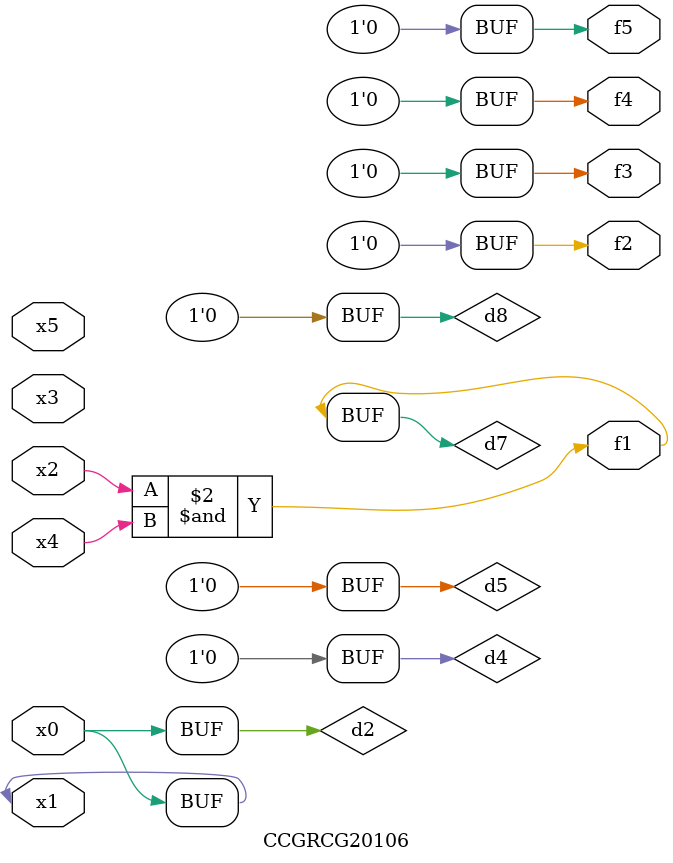
<source format=v>
module CCGRCG20106(
	input x0, x1, x2, x3, x4, x5,
	output f1, f2, f3, f4, f5
);

	wire d1, d2, d3, d4, d5, d6, d7, d8, d9;

	nand (d1, x1);
	buf (d2, x0, x1);
	nand (d3, x2, x4);
	and (d4, d1, d2);
	and (d5, d1, d2);
	nand (d6, d1, d3);
	not (d7, d3);
	xor (d8, d5);
	nor (d9, d5, d6);
	assign f1 = d7;
	assign f2 = d8;
	assign f3 = d8;
	assign f4 = d8;
	assign f5 = d8;
endmodule

</source>
